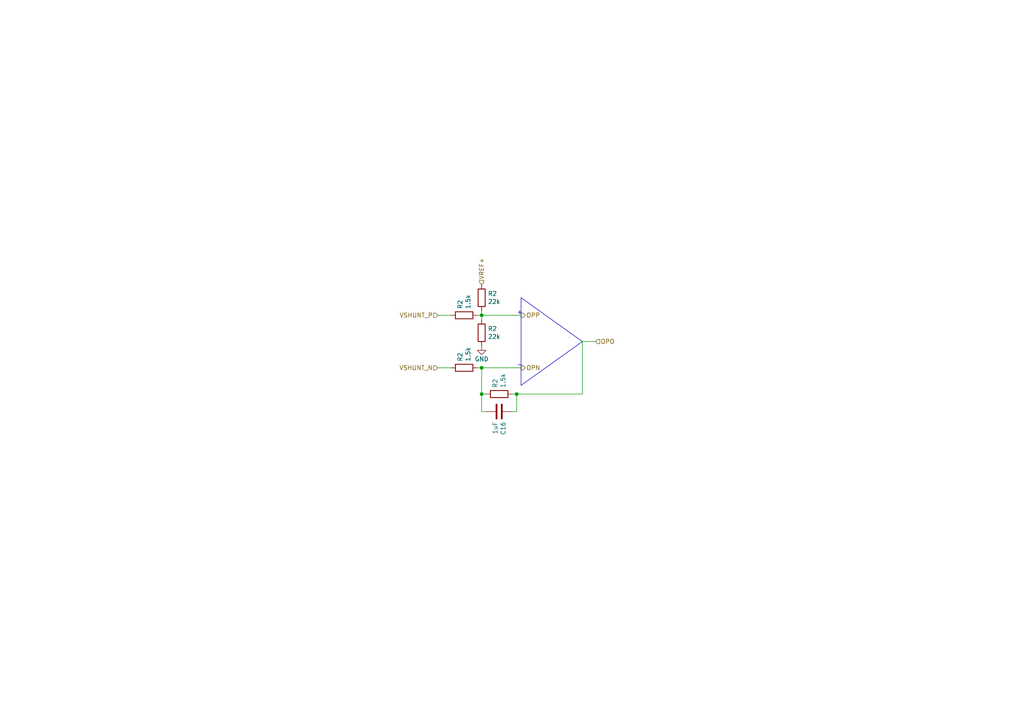
<source format=kicad_sch>
(kicad_sch (version 20230121) (generator eeschema)
  (paper "A4")
  (lib_symbols
    (symbol "Device:C" (pin_numbers hide) (pin_names (offset 0.254))
      (property "Reference" "C" (at 0.635 2.54 0))
      (property "Value" "C" (at 0.635 -2.54 0))
      (symbol "C_0_1"
        (polyline (pts (xy -2.032 -0.762) (xy 2.032 -0.762)) (stroke (width 0.508)))
        (polyline (pts (xy -2.032 0.762) (xy 2.032 0.762)) (stroke (width 0.508)))
      )
      (symbol "C_1_1"
        (pin passive line (at 0 3.81 270) (length 2.794) (name "~") (number "1"))
        (pin passive line (at 0 -3.81 90) (length 2.794) (name "~") (number "2"))
      )
    )
    (symbol "Device:R" (pin_numbers hide) (pin_names (offset 0))
      (property "Reference" "R" (at 2.032 0 90))
      (property "Value" "R" (at 0 0 90))
      (symbol "R_0_1"
        (rectangle (start -1.016 -2.54) (end 1.016 2.54) (stroke (width 0.254)))
      )
      (symbol "R_1_1"
        (pin passive line (at 0 3.81 270) (length 1.27) (name "~") (number "1"))
        (pin passive line (at 0 -3.81 90) (length 1.27) (name "~") (number "2"))
      )
    )
    (symbol "GND_1" (power) (pin_names (offset 0))
      (property "Value" "GND_1" (at 0 -3.81 0))
      (symbol "GND_1_0_1"
        (polyline (pts (xy 0 0) (xy 0 -1.27) (xy 1.27 -1.27) (xy 0 -2.54) (xy -1.27 -1.27) (xy 0 -1.27)))
      )
      (symbol "GND_1_1_1"
        (pin power_in line (at 0 0 270) (length 0) hide (name "GND") (number "1"))
      )
    )
  )
  (junction (at 139.7 114.3))
  (junction (at 139.7 106.68))
  (junction (at 149.86 114.3))
  (junction (at 139.7 91.44))
  (wire (pts (xy 139.7 119.38) (xy 140.97 119.38)))
  (wire (pts (xy 149.86 114.3) (xy 148.59 114.3)))
  (polyline (pts (xy 165.1 97.79) (xy 165.1 97.79)))
  (wire (pts (xy 127 91.44) (xy 130.81 91.44)))
  (wire (pts (xy 139.7 106.68) (xy 151.13 106.68)))
  (polyline (pts (xy 151.13 86.36) (xy 151.13 111.76)))
  (polyline (pts (xy 151.13 86.36) (xy 168.91 99.06)))
  (wire (pts (xy 139.7 91.44) (xy 139.7 92.71)))
  (wire (pts (xy 139.7 114.3) (xy 140.97 114.3)))
  (wire (pts (xy 168.91 114.3) (xy 149.86 114.3)))
  (wire (pts (xy 138.43 91.44) (xy 139.7 91.44)))
  (wire (pts (xy 139.7 114.3) (xy 139.7 119.38)))
  (wire (pts (xy 127 106.68) (xy 130.81 106.68)))
  (wire (pts (xy 149.86 119.38) (xy 148.59 119.38)))
  (wire (pts (xy 149.86 119.38) (xy 149.86 114.3)))
  (wire (pts (xy 139.7 90.17) (xy 139.7 91.44)))
  (wire (pts (xy 168.91 99.06) (xy 172.72 99.06)))
  (wire (pts (xy 139.7 106.68) (xy 139.7 114.3)))
  (wire (pts (xy 138.43 106.68) (xy 139.7 106.68)))
  (polyline (pts (xy 151.13 111.76) (xy 168.91 99.06)))
  (wire (pts (xy 139.7 91.44) (xy 151.13 91.44)))
  (wire (pts (xy 168.91 99.06) (xy 168.91 114.3)))
  (text "-" (at 149.86 106.68 0) (effects (font (size 1.27 1.27)) (justify left bottom)))
  (text "+" (at 149.86 91.44 0) (effects (font (size 1.27 1.27)) (justify left bottom)))
  (hierarchical_label "OPN" (shape output) (at 151.13 106.68 0))
  (hierarchical_label "VSHUNT_N" (shape input) (at 127 106.68 180))
  (hierarchical_label "VSHUNT_P" (shape input) (at 127 91.44 180))
  (hierarchical_label "OPO" (shape input) (at 172.72 99.06 0))
  (hierarchical_label "VREF+" (shape input) (at 139.7 82.55 90))
  (hierarchical_label "OPP" (shape output) (at 151.13 91.44 0))
  (symbol (lib_id "Device:R") (at 134.62 106.68 90) (unit 1)
    (property "Reference" "R2" (at 133.4516 104.902 0) (effects (justify left)))
    (property "Value" "1.5k" (at 135.763 104.902 0) (effects (justify left)))
    (property "Footprint" "Resistor_SMD:R_0402_1005Metric" (effects hide))
    (property "LCSC Part" "C31850" (effects hide))
    (instances (project "STSPIN32G4" (path "" (reference "R2") (unit 1))) (project "BLDCDriver_1.5_KiCad" (path "" (reference "R15") (unit 1)) (path "" (reference "R13") (unit 1))))
  )
  (symbol (lib_id "Device:C") (at 144.78 119.38 90) (unit 1)
    (property "Reference" "C16" (at 145.9484 122.301 0) (effects (justify right)))
    (property "Value" "1uF" (at 143.637 122.301 0) (effects (justify right)))
    (property "Footprint" "Capacitor_SMD:C_0402_1005Metric" (effects hide))
    (property "LCSC Part" "C28323" (effects hide))
  )
  (symbol (lib_id "Device:R") (at 139.7 86.36 0) (unit 1)
    (property "Reference" "R2" (at 141.478 85.1916 0) (effects (justify left)))
    (property "Value" "22k" (at 141.478 87.503 0) (effects (justify left)))
    (property "Footprint" "Resistor_SMD:R_0402_1005Metric" (effects hide))
    (property "LCSC Part" "C31850" (effects hide))
    (instances (project "STSPIN32G4" (path "" (reference "R2") (unit 1))) (project "BLDCDriver_1.5_KiCad" (path "" (reference "R12") (unit 1)) (path "" (reference "R14") (unit 1))))
  )
  (symbol (lib_id "Device:R") (at 139.7 96.52 0) (unit 1)
    (property "Reference" "R2" (at 141.478 95.3516 0) (effects (justify left)))
    (property "Value" "22k" (at 141.478 97.663 0) (effects (justify left)))
    (property "Footprint" "Resistor_SMD:R_0402_1005Metric" (effects hide))
    (property "LCSC Part" "C31850" (effects hide))
    (instances (project "STSPIN32G4" (path "" (reference "R2") (unit 1))) (project "BLDCDriver_1.5_KiCad" (path "" (reference "R13") (unit 1)) (path "" (reference "R15") (unit 1))))
  )
  (symbol (lib_id "Device:R") (at 144.78 114.3 90) (unit 1)
    (property "Reference" "R2" (at 143.6116 112.522 0) (effects (justify left)))
    (property "Value" "1.5k" (at 145.923 112.522 0) (effects (justify left)))
    (property "Footprint" "Resistor_SMD:R_0402_1005Metric" (effects hide))
    (property "LCSC Part" "C31850" (effects hide))
    (instances (project "STSPIN32G4" (path "" (reference "R2") (unit 1))) (project "BLDCDriver_1.5_KiCad" (path "" (reference "R16") (unit 1)) (path "" (reference "R16") (unit 1))))
  )
  (symbol (lib_name "GND_1") (lib_id "power:GND") (at 139.7 100.33 0) (mirror y) (unit 1)
    (property "Reference" "#PWR030" (effects hide))
    (property "Value" "GND" (at 139.7 104.14 0))
  )
  (symbol (lib_id "Device:R") (at 134.62 91.44 90) (unit 1)
    (property "Reference" "R2" (at 133.4516 89.662 0) (effects (justify left)))
    (property "Value" "1.5k" (at 135.763 89.662 0) (effects (justify left)))
    (property "Footprint" "Resistor_SMD:R_0402_1005Metric" (effects hide))
    (property "LCSC Part" "C31850" (effects hide))
    (instances (project "STSPIN32G4" (path "" (reference "R2") (unit 1))) (project "BLDCDriver_1.5_KiCad" (path "" (reference "R14") (unit 1)) (path "" (reference "R12") (unit 1))))
  )
)
</source>
